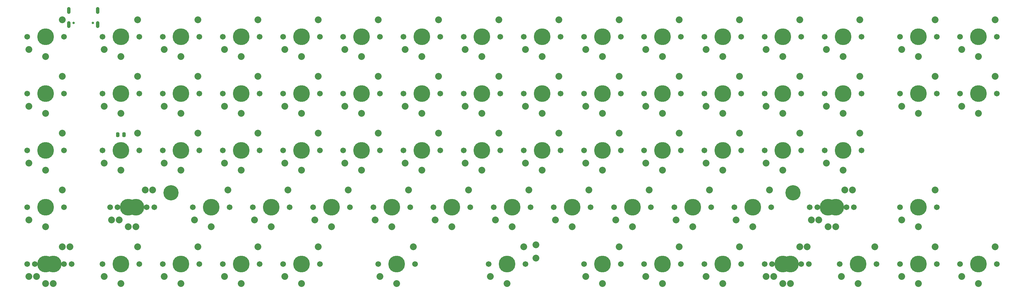
<source format=gts>
G04 #@! TF.GenerationSoftware,KiCad,Pcbnew,(5.1.8)-1*
G04 #@! TF.CreationDate,2021-03-20T07:11:13-07:00*
G04 #@! TF.ProjectId,Spritzgeback,53707269-747a-4676-9562-61636b2e6b69,rev?*
G04 #@! TF.SameCoordinates,Original*
G04 #@! TF.FileFunction,Soldermask,Top*
G04 #@! TF.FilePolarity,Negative*
%FSLAX46Y46*%
G04 Gerber Fmt 4.6, Leading zero omitted, Abs format (unit mm)*
G04 Created by KiCad (PCBNEW (5.1.8)-1) date 2021-03-20 07:11:13*
%MOMM*%
%LPD*%
G01*
G04 APERTURE LIST*
%ADD10C,4.562400*%
%ADD11C,2.032000*%
%ADD12C,5.000000*%
%ADD13C,1.701800*%
%ADD14C,0.700000*%
%ADD15O,1.050000X2.100000*%
G04 APERTURE END LIST*
D10*
X37500000Y-54900000D03*
X223500000Y-54900000D03*
D11*
X5000000Y-3050000D03*
X0Y-14100000D03*
X-5000000Y-12000000D03*
D12*
X0Y-8200000D03*
D13*
X5500000Y-8200000D03*
X-5500000Y-8200000D03*
D11*
X27500000Y-3050000D03*
X22500000Y-14100000D03*
X17500000Y-12000000D03*
D12*
X22500000Y-8200000D03*
D13*
X28000000Y-8200000D03*
X17000000Y-8200000D03*
D11*
X45500000Y-3050000D03*
X40500000Y-14100000D03*
X35500000Y-12000000D03*
D12*
X40500000Y-8200000D03*
D13*
X46000000Y-8200000D03*
X35000000Y-8200000D03*
D11*
X63500000Y-3050000D03*
X58500000Y-14100000D03*
X53500000Y-12000000D03*
D12*
X58500000Y-8200000D03*
D13*
X64000000Y-8200000D03*
X53000000Y-8200000D03*
D11*
X81500000Y-3050000D03*
X76500000Y-14100000D03*
X71500000Y-12000000D03*
D12*
X76500000Y-8200000D03*
D13*
X82000000Y-8200000D03*
X71000000Y-8200000D03*
D11*
X99500000Y-3050000D03*
X94500000Y-14100000D03*
X89500000Y-12000000D03*
D12*
X94500000Y-8200000D03*
D13*
X100000000Y-8200000D03*
X89000000Y-8200000D03*
D11*
X117500000Y-3050000D03*
X112500000Y-14100000D03*
X107500000Y-12000000D03*
D12*
X112500000Y-8200000D03*
D13*
X118000000Y-8200000D03*
X107000000Y-8200000D03*
D11*
X135500000Y-3050000D03*
X130500000Y-14100000D03*
X125500000Y-12000000D03*
D12*
X130500000Y-8200000D03*
D13*
X136000000Y-8200000D03*
X125000000Y-8200000D03*
D11*
X153500000Y-3050000D03*
X148500000Y-14100000D03*
X143500000Y-12000000D03*
D12*
X148500000Y-8200000D03*
D13*
X154000000Y-8200000D03*
X143000000Y-8200000D03*
D11*
X171500000Y-3050000D03*
X166500000Y-14100000D03*
X161500000Y-12000000D03*
D12*
X166500000Y-8200000D03*
D13*
X172000000Y-8200000D03*
X161000000Y-8200000D03*
D11*
X189500000Y-3050000D03*
X184500000Y-14100000D03*
X179500000Y-12000000D03*
D12*
X184500000Y-8200000D03*
D13*
X190000000Y-8200000D03*
X179000000Y-8200000D03*
D11*
X207500000Y-3050000D03*
X202500000Y-14100000D03*
X197500000Y-12000000D03*
D12*
X202500000Y-8200000D03*
D13*
X208000000Y-8200000D03*
X197000000Y-8200000D03*
D11*
X225500000Y-3050000D03*
X220500000Y-14100000D03*
X215500000Y-12000000D03*
D12*
X220500000Y-8200000D03*
D13*
X226000000Y-8200000D03*
X215000000Y-8200000D03*
D11*
X243500000Y-3050000D03*
X238500000Y-14100000D03*
X233500000Y-12000000D03*
D12*
X238500000Y-8200000D03*
D13*
X244000000Y-8200000D03*
X233000000Y-8200000D03*
D11*
X266000000Y-3050000D03*
X261000000Y-14100000D03*
X256000000Y-12000000D03*
D12*
X261000000Y-8200000D03*
D13*
X266500000Y-8200000D03*
X255500000Y-8200000D03*
D11*
X284000000Y-3050000D03*
X279000000Y-14100000D03*
X274000000Y-12000000D03*
D12*
X279000000Y-8200000D03*
D13*
X284500000Y-8200000D03*
X273500000Y-8200000D03*
D11*
X5000000Y-20050000D03*
X0Y-31100000D03*
X-5000000Y-29000000D03*
D12*
X0Y-25200000D03*
D13*
X5500000Y-25200000D03*
X-5500000Y-25200000D03*
D11*
X27500000Y-20050000D03*
X22500000Y-31100000D03*
X17500000Y-29000000D03*
D12*
X22500000Y-25200000D03*
D13*
X28000000Y-25200000D03*
X17000000Y-25200000D03*
D11*
X45500000Y-20050000D03*
X40500000Y-31100000D03*
X35500000Y-29000000D03*
D12*
X40500000Y-25200000D03*
D13*
X46000000Y-25200000D03*
X35000000Y-25200000D03*
D11*
X63500000Y-20050000D03*
X58500000Y-31100000D03*
X53500000Y-29000000D03*
D12*
X58500000Y-25200000D03*
D13*
X64000000Y-25200000D03*
X53000000Y-25200000D03*
D11*
X81500000Y-20050000D03*
X76500000Y-31100000D03*
X71500000Y-29000000D03*
D12*
X76500000Y-25200000D03*
D13*
X82000000Y-25200000D03*
X71000000Y-25200000D03*
D11*
X99500000Y-20050000D03*
X94500000Y-31100000D03*
X89500000Y-29000000D03*
D12*
X94500000Y-25200000D03*
D13*
X100000000Y-25200000D03*
X89000000Y-25200000D03*
D11*
X117500000Y-20050000D03*
X112500000Y-31100000D03*
X107500000Y-29000000D03*
D12*
X112500000Y-25200000D03*
D13*
X118000000Y-25200000D03*
X107000000Y-25200000D03*
D11*
X135500000Y-20050000D03*
X130500000Y-31100000D03*
X125500000Y-29000000D03*
D12*
X130500000Y-25200000D03*
D13*
X136000000Y-25200000D03*
X125000000Y-25200000D03*
D11*
X153500000Y-20050000D03*
X148500000Y-31100000D03*
X143500000Y-29000000D03*
D12*
X148500000Y-25200000D03*
D13*
X154000000Y-25200000D03*
X143000000Y-25200000D03*
D11*
X171500000Y-20050000D03*
X166500000Y-31100000D03*
X161500000Y-29000000D03*
D12*
X166500000Y-25200000D03*
D13*
X172000000Y-25200000D03*
X161000000Y-25200000D03*
D11*
X189500000Y-20050000D03*
X184500000Y-31100000D03*
X179500000Y-29000000D03*
D12*
X184500000Y-25200000D03*
D13*
X190000000Y-25200000D03*
X179000000Y-25200000D03*
D11*
X207500000Y-20050000D03*
X202500000Y-31100000D03*
X197500000Y-29000000D03*
D12*
X202500000Y-25200000D03*
D13*
X208000000Y-25200000D03*
X197000000Y-25200000D03*
D11*
X225500000Y-20050000D03*
X220500000Y-31100000D03*
X215500000Y-29000000D03*
D12*
X220500000Y-25200000D03*
D13*
X226000000Y-25200000D03*
X215000000Y-25200000D03*
D11*
X243500000Y-20050000D03*
X238500000Y-31100000D03*
X233500000Y-29000000D03*
D12*
X238500000Y-25200000D03*
D13*
X244000000Y-25200000D03*
X233000000Y-25200000D03*
D11*
X266000000Y-20050000D03*
X261000000Y-31100000D03*
X256000000Y-29000000D03*
D12*
X261000000Y-25200000D03*
D13*
X266500000Y-25200000D03*
X255500000Y-25200000D03*
D11*
X284000000Y-20050000D03*
X279000000Y-31100000D03*
X274000000Y-29000000D03*
D12*
X279000000Y-25200000D03*
D13*
X284500000Y-25200000D03*
X273500000Y-25200000D03*
D11*
X5000000Y-37050000D03*
X0Y-48100000D03*
X-5000000Y-46000000D03*
D12*
X0Y-42200000D03*
D13*
X5500000Y-42200000D03*
X-5500000Y-42200000D03*
D11*
X27500000Y-37050000D03*
X22500000Y-48100000D03*
X17500000Y-46000000D03*
D12*
X22500000Y-42200000D03*
D13*
X28000000Y-42200000D03*
X17000000Y-42200000D03*
D11*
X45500000Y-37050000D03*
X40500000Y-48100000D03*
X35500000Y-46000000D03*
D12*
X40500000Y-42200000D03*
D13*
X46000000Y-42200000D03*
X35000000Y-42200000D03*
D11*
X63500000Y-37050000D03*
X58500000Y-48100000D03*
X53500000Y-46000000D03*
D12*
X58500000Y-42200000D03*
D13*
X64000000Y-42200000D03*
X53000000Y-42200000D03*
D11*
X81500000Y-37050000D03*
X76500000Y-48100000D03*
X71500000Y-46000000D03*
D12*
X76500000Y-42200000D03*
D13*
X82000000Y-42200000D03*
X71000000Y-42200000D03*
D11*
X99500000Y-37050000D03*
X94500000Y-48100000D03*
X89500000Y-46000000D03*
D12*
X94500000Y-42200000D03*
D13*
X100000000Y-42200000D03*
X89000000Y-42200000D03*
D11*
X117500000Y-37050000D03*
X112500000Y-48100000D03*
X107500000Y-46000000D03*
D12*
X112500000Y-42200000D03*
D13*
X118000000Y-42200000D03*
X107000000Y-42200000D03*
D11*
X135500000Y-37050000D03*
X130500000Y-48100000D03*
X125500000Y-46000000D03*
D12*
X130500000Y-42200000D03*
D13*
X136000000Y-42200000D03*
X125000000Y-42200000D03*
D11*
X153500000Y-37050000D03*
X148500000Y-48100000D03*
X143500000Y-46000000D03*
D12*
X148500000Y-42200000D03*
D13*
X154000000Y-42200000D03*
X143000000Y-42200000D03*
D11*
X171500000Y-37050000D03*
X166500000Y-48100000D03*
X161500000Y-46000000D03*
D12*
X166500000Y-42200000D03*
D13*
X172000000Y-42200000D03*
X161000000Y-42200000D03*
D11*
X189500000Y-37050000D03*
X184500000Y-48100000D03*
X179500000Y-46000000D03*
D12*
X184500000Y-42200000D03*
D13*
X190000000Y-42200000D03*
X179000000Y-42200000D03*
D11*
X207500000Y-37050000D03*
X202500000Y-48100000D03*
X197500000Y-46000000D03*
D12*
X202500000Y-42200000D03*
D13*
X208000000Y-42200000D03*
X197000000Y-42200000D03*
D11*
X225500000Y-37050000D03*
X220500000Y-48100000D03*
X215500000Y-46000000D03*
D12*
X220500000Y-42200000D03*
D13*
X226000000Y-42200000D03*
X215000000Y-42200000D03*
D11*
X243500000Y-37050000D03*
X238500000Y-48100000D03*
X233500000Y-46000000D03*
D12*
X238500000Y-42200000D03*
D13*
X244000000Y-42200000D03*
X233000000Y-42200000D03*
D11*
X5000000Y-54050000D03*
X0Y-65100000D03*
X-5000000Y-63000000D03*
D12*
X0Y-59200000D03*
D13*
X5500000Y-59200000D03*
X-5500000Y-59200000D03*
D11*
X32000000Y-54050000D03*
X27000000Y-65100000D03*
X22000000Y-63000000D03*
D12*
X27000000Y-59200000D03*
D13*
X32500000Y-59200000D03*
X21500000Y-59200000D03*
D11*
X54500000Y-54050000D03*
X49500000Y-65100000D03*
X44500000Y-63000000D03*
D12*
X49500000Y-59200000D03*
D13*
X55000000Y-59200000D03*
X44000000Y-59200000D03*
D11*
X72500000Y-54050000D03*
X67500000Y-65100000D03*
X62500000Y-63000000D03*
D12*
X67500000Y-59200000D03*
D13*
X73000000Y-59200000D03*
X62000000Y-59200000D03*
D11*
X90500000Y-54050000D03*
X85500000Y-65100000D03*
X80500000Y-63000000D03*
D12*
X85500000Y-59200000D03*
D13*
X91000000Y-59200000D03*
X80000000Y-59200000D03*
D11*
X108500000Y-54050000D03*
X103500000Y-65100000D03*
X98500000Y-63000000D03*
D12*
X103500000Y-59200000D03*
D13*
X109000000Y-59200000D03*
X98000000Y-59200000D03*
D11*
X126500000Y-54050000D03*
X121500000Y-65100000D03*
X116500000Y-63000000D03*
D12*
X121500000Y-59200000D03*
D13*
X127000000Y-59200000D03*
X116000000Y-59200000D03*
D11*
X144500000Y-54050000D03*
X139500000Y-65100000D03*
X134500000Y-63000000D03*
D12*
X139500000Y-59200000D03*
D13*
X145000000Y-59200000D03*
X134000000Y-59200000D03*
D11*
X162500000Y-54050000D03*
X157500000Y-65100000D03*
X152500000Y-63000000D03*
D12*
X157500000Y-59200000D03*
D13*
X163000000Y-59200000D03*
X152000000Y-59200000D03*
D11*
X180500000Y-54050000D03*
X175500000Y-65100000D03*
X170500000Y-63000000D03*
D12*
X175500000Y-59200000D03*
D13*
X181000000Y-59200000D03*
X170000000Y-59200000D03*
D11*
X198500000Y-54050000D03*
X193500000Y-65100000D03*
X188500000Y-63000000D03*
D12*
X193500000Y-59200000D03*
D13*
X199000000Y-59200000D03*
X188000000Y-59200000D03*
D11*
X216500000Y-54050000D03*
X211500000Y-65100000D03*
X206500000Y-63000000D03*
D12*
X211500000Y-59200000D03*
D13*
X217000000Y-59200000D03*
X206000000Y-59200000D03*
D11*
X239000000Y-54050000D03*
X234000000Y-65100000D03*
X229000000Y-63000000D03*
D12*
X234000000Y-59200000D03*
D13*
X239500000Y-59200000D03*
X228500000Y-59200000D03*
D11*
X266000000Y-54050000D03*
X261000000Y-65100000D03*
X256000000Y-63000000D03*
D12*
X261000000Y-59200000D03*
D13*
X266500000Y-59200000D03*
X255500000Y-59200000D03*
D11*
X5000000Y-71050000D03*
X0Y-82100000D03*
X-5000000Y-80000000D03*
D12*
X0Y-76200000D03*
D13*
X5500000Y-76200000D03*
X-5500000Y-76200000D03*
D11*
X27500000Y-71050000D03*
X22500000Y-82100000D03*
X17500000Y-80000000D03*
D12*
X22500000Y-76200000D03*
D13*
X28000000Y-76200000D03*
X17000000Y-76200000D03*
D11*
X45500000Y-71050000D03*
X40500000Y-82100000D03*
X35500000Y-80000000D03*
D12*
X40500000Y-76200000D03*
D13*
X46000000Y-76200000D03*
X35000000Y-76200000D03*
D11*
X63500000Y-71050000D03*
X58500000Y-82100000D03*
X53500000Y-80000000D03*
D12*
X58500000Y-76200000D03*
D13*
X64000000Y-76200000D03*
X53000000Y-76200000D03*
D11*
X81500000Y-71050000D03*
X76500000Y-82100000D03*
X71500000Y-80000000D03*
D12*
X76500000Y-76200000D03*
D13*
X82000000Y-76200000D03*
X71000000Y-76200000D03*
D11*
X110000000Y-71050000D03*
X105000000Y-82100000D03*
X100000000Y-80000000D03*
D12*
X105000000Y-76200000D03*
D13*
X110500000Y-76200000D03*
X99500000Y-76200000D03*
D11*
X143000000Y-71050000D03*
X138000000Y-82100000D03*
X133000000Y-80000000D03*
D12*
X138000000Y-76200000D03*
D13*
X143500000Y-76200000D03*
X132500000Y-76200000D03*
D11*
X171500000Y-71050000D03*
X166500000Y-82100000D03*
X161500000Y-80000000D03*
D12*
X166500000Y-76200000D03*
D13*
X172000000Y-76200000D03*
X161000000Y-76200000D03*
D11*
X189500000Y-71050000D03*
X184500000Y-82100000D03*
X179500000Y-80000000D03*
D12*
X184500000Y-76200000D03*
D13*
X190000000Y-76200000D03*
X179000000Y-76200000D03*
D11*
X207500000Y-71050000D03*
X202500000Y-82100000D03*
X197500000Y-80000000D03*
D12*
X202500000Y-76200000D03*
D13*
X208000000Y-76200000D03*
X197000000Y-76200000D03*
D11*
X225500000Y-71050000D03*
X220500000Y-82100000D03*
X215500000Y-80000000D03*
D12*
X220500000Y-76200000D03*
D13*
X226000000Y-76200000D03*
X215000000Y-76200000D03*
D11*
X248000000Y-71050000D03*
X243000000Y-82100000D03*
X238000000Y-80000000D03*
D12*
X243000000Y-76200000D03*
D13*
X248500000Y-76200000D03*
X237500000Y-76200000D03*
D11*
X266000000Y-71050000D03*
X261000000Y-82100000D03*
X256000000Y-80000000D03*
D12*
X261000000Y-76200000D03*
D13*
X266500000Y-76200000D03*
X255500000Y-76200000D03*
D11*
X284000000Y-71050000D03*
X279000000Y-82100000D03*
X274000000Y-80000000D03*
D12*
X279000000Y-76200000D03*
D13*
X284500000Y-76200000D03*
X273500000Y-76200000D03*
D11*
X241250000Y-54050000D03*
X236250000Y-65100000D03*
X231250000Y-63000000D03*
D12*
X236250000Y-59200000D03*
D13*
X241750000Y-59200000D03*
X230750000Y-59200000D03*
D11*
X29750000Y-54050000D03*
X24750000Y-65100000D03*
X19750000Y-63000000D03*
D12*
X24750000Y-59200000D03*
D13*
X30250000Y-59200000D03*
X19250000Y-59200000D03*
D11*
X7250000Y-71050000D03*
X2250000Y-82100000D03*
X-2750000Y-80000000D03*
D12*
X2250000Y-76200000D03*
D13*
X7750000Y-76200000D03*
X-3250000Y-76200000D03*
D11*
X227750000Y-71050000D03*
X222750000Y-82100000D03*
X217750000Y-80000000D03*
D12*
X222750000Y-76200000D03*
D13*
X228250000Y-76200000D03*
X217250000Y-76200000D03*
D11*
X146650000Y-70500000D03*
X146650000Y-74500000D03*
G36*
G01*
X21075000Y-37956250D02*
X21075000Y-37043750D01*
G75*
G02*
X21318750Y-36800000I243750J0D01*
G01*
X21806250Y-36800000D01*
G75*
G02*
X22050000Y-37043750I0J-243750D01*
G01*
X22050000Y-37956250D01*
G75*
G02*
X21806250Y-38200000I-243750J0D01*
G01*
X21318750Y-38200000D01*
G75*
G02*
X21075000Y-37956250I0J243750D01*
G01*
G37*
G36*
G01*
X22950000Y-37956250D02*
X22950000Y-37043750D01*
G75*
G02*
X23193750Y-36800000I243750J0D01*
G01*
X23681250Y-36800000D01*
G75*
G02*
X23925000Y-37043750I0J-243750D01*
G01*
X23925000Y-37956250D01*
G75*
G02*
X23681250Y-38200000I-243750J0D01*
G01*
X23193750Y-38200000D01*
G75*
G02*
X22950000Y-37956250I0J243750D01*
G01*
G37*
D14*
X14115000Y-3975000D03*
X8335000Y-3975000D03*
D15*
X15545000Y-325000D03*
X6905000Y-325000D03*
X15545000Y-4505000D03*
X6905000Y-4505000D03*
M02*

</source>
